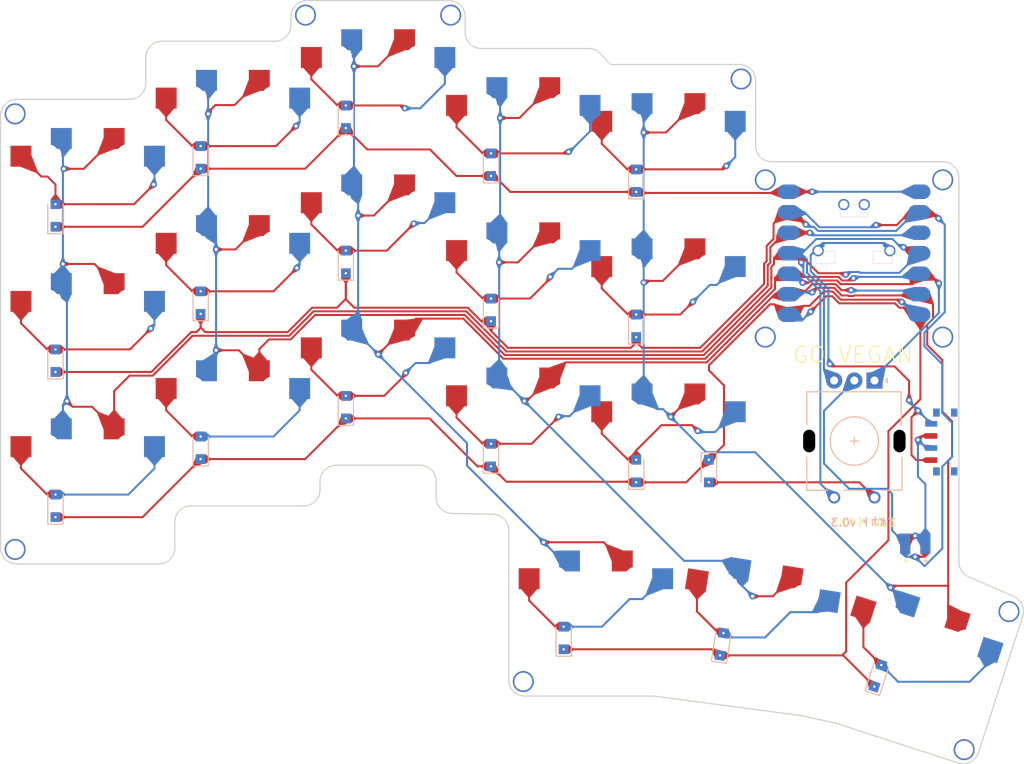
<source format=kicad_pcb>
(kicad_pcb (version 20241229) (generator "pcbnew") (generator_version "9.0")
  (title_block (title "keyboard_pcb") (rev "0.0.3") (company "auryn"))
  (layers (0 "F.Cu" signal) (2 "B.Cu" signal) (13 "F.Paste" user) (15 "B.Paste" user) (5 "F.SilkS" user "F.Silkscreen") (7 "B.SilkS" user "B.Silkscreen") (1 "F.Mask" user) (3 "B.Mask" user) (25 "Edge.Cuts" user))
  (net 0 "")
  (net 1 "B+")
  (net 2 "RST")
  (net 3 "GND")
  (net 4 "pos")
  (net 5 "D0")
  (net 6 "D1")
  (net 7 "D2")
  (net 8 "D3")
  (net 9 "D4")
  (net 10 "D5")
  (net 11 "D6")
  (net 12 "D7")
  (net 13 "D8")
  (net 14 "D9")
  (net 15 "D10")
  (net 16 "3V3")
  (net 17 "5V")
  (footprint "PG1350" (layer "F.Cu") (at 62.875 25.85)
    (property "Reference" "S9" (hide yes))
    (property "Value" "" (hide yes))
  )
  (footprint "Diode_SMD:Nexperia_CFP3_SOD-123W" (layer "F.Cu") (at 58.875 29.45 90)
    (property "Reference" "D9" (hide yes))
    (property "Value" "Nexperia_CFP3_SOD-123W" (hide yes))
  )
  (footprint "PG1350" (layer "F.Cu") (at 44.875 48.89)
    (property "Reference" "S5" (hide yes))
    (property "Value" "" (hide yes))
  )
  (footprint "Diode_SMD:Nexperia_CFP3_SOD-123W" (layer "F.Cu") (at 124.832533 98.756337 72)
    (property "Reference" "D18" (hide yes))
    (property "Value" "Nexperia_CFP3_SOD-123W" (hide yes))
  )
  (footprint "Diode_SMD:Nexperia_CFP3_SOD-123W" (layer "F.Cu") (at 40.875 70.49 90)
    (property "Reference" "D4" (hide yes))
    (property "Value" "Nexperia_CFP3_SOD-123W" (hide yes))
  )
  (footprint "mounting_hole" (layer "F.Cu") (at 17.875 83.09)
    (property "Reference" "H4" (hide yes))
    (property "Value" "")
  )
  (footprint "PG1350" (layer "F.Cu") (at 89.875 90.47)
    (property "Reference" "S16" (hide yes))
    (property "Value" "" (hide yes))
  )
  (footprint "Diode_SMD:Nexperia_CFP3_SOD-123W" (layer "F.Cu") (at 76.875 35.39 90)
    (property "Reference" "D12" (hide yes))
    (property "Value" "Nexperia_CFP3_SOD-123W" (hide yes))
  )
  (footprint "PG1350" (layer "F.Cu") (at 109.986568 91.911152 -9)
    (property "Reference" "S17" (hide yes))
    (property "Value" "" (hide yes))
  )
  (footprint "xiao-ble-smd-reversible" (layer "F.Cu") (at 121.875 46.37)
    (property "Reference" "MCU1" (hide yes))
    (property "Value" "" (hide yes))
    (fp_rect (start -4.75 -0.25) (end -2.35 1.25) (stroke (width 0.05)) (fill no) (layer "Edge.Cuts"))
    (fp_rect (start -1.7 -6) (end 1.7 -4.5) (stroke (width 0.05)) (fill no) (layer "Edge.Cuts"))
    (fp_rect (start 2.35 -0.25) (end 4.75 1.25) (stroke (width 0.05)) (fill no) (layer "Edge.Cuts"))
  )
  (footprint "Diode_SMD:Nexperia_CFP3_SOD-123W" (layer "F.Cu") (at 94.875 55.37 90)
    (property "Reference" "D14" (hide yes))
    (property "Value" "Nexperia_CFP3_SOD-123W" (hide yes))
  )
  (footprint "PG1350" (layer "F.Cu") (at 129.749221 96.568601 -18)
    (property "Reference" "S18" (hide yes))
    (property "Value" "" (hide yes))
  )
  (footprint "PG1350" (layer "F.Cu") (at 80.875 49.79)
    (property "Reference" "S11" (hide yes))
    (property "Value" "" (hide yes))
  )
  (footprint "Diode_SMD:Nexperia_CFP3_SOD-123W" (layer "F.Cu") (at 94.875 73.37 90)
    (property "Reference" "D13" (hide yes))
    (property "Value" "Nexperia_CFP3_SOD-123W" (hide yes))
  )
  (footprint "mounting_hole" (layer "F.Cu") (at 107.875 24.77)
    (property "Reference" "H5" (hide yes))
    (property "Value" "")
  )
  (footprint "Diode_SMD:Nexperia_CFP3_SOD-123W" (layer "F.Cu") (at 58.875 65.45 90)
    (property "Reference" "D7" (hide yes))
    (property "Value" "Nexperia_CFP3_SOD-123W" (hide yes))
  )
  (footprint "PG1350" (layer "F.Cu") (at 80.875 67.79)
    (property "Reference" "S10" (hide yes))
    (property "Value" "" (hide yes))
  )
  (footprint "PG1350" (layer "F.Cu") (at 44.875 66.89)
    (property "Reference" "S4" (hide yes))
    (property "Value" "" (hide yes))
  )
  (footprint "Diode_SMD:Nexperia_CFP3_SOD-123W" (layer "F.Cu") (at 58.875 47.45 90)
    (property "Reference" "D8" (hide yes))
    (property "Value" "Nexperia_CFP3_SOD-123W" (hide yes))
  )
  (footprint "Diode_SMD:Nexperia_CFP3_SOD-123W" (layer "F.Cu") (at 40.875 52.49 90)
    (property "Reference" "D5" (hide yes))
    (property "Value" "Nexperia_CFP3_SOD-123W" (hide yes))
  )
  (footprint "Diode_SMD:Nexperia_CFP3_SOD-123W" (layer "F.Cu") (at 85.875 94.07 90)
    (property "Reference" "D16" (hide yes))
    (property "Value" "Nexperia_CFP3_SOD-123W" (hide yes))
  )
  (footprint "mounting_hole" (layer "F.Cu") (at 17.875 29.09)
    (property "Reference" "H1" (hide yes))
    (property "Value" "")
  )
  (footprint "rotary_encoder" (layer "F.Cu") (at 121.875 69.77 -90)
    (property "Reference" "_1" (hide yes))
    (property "Value" "")
  )
  (footprint "PG1350" (layer "F.Cu") (at 62.875 43.85)
    (property "Reference" "S8" (hide yes))
    (property "Value" "" (hide yes))
  )
  (footprint "PG1350" (layer "F.Cu") (at 26.875 74.09)
    (property "Reference" "S1" (hide yes))
    (property "Value" "" (hide yes))
  )
  (footprint "mounting_hole" (layer "F.Cu") (at 53.875 16.85)
    (property "Reference" "H2" (hide yes))
    (property "Value" "")
  )
  (footprint "pads" (layer "F.Cu") (at 129.475 82.37)
    (property "Reference" "PAD1" (hide yes))
    (property "Value" "")
  )
  (footprint "mounting_hole" (layer "F.Cu") (at 110.875 37.27)
    (property "Reference" "H10" (hide yes))
    (property "Value" "")
  )
  (footprint "Diode_SMD:Nexperia_CFP3_SOD-123W" (layer "F.Cu") (at 103.875 73.37 -90)
    (property "Reference" "D19" (hide yes))
    (property "Value" "Nexperia_CFP3_SOD-123W" (hide yes))
  )
  (footprint "Diode_SMD:Nexperia_CFP3_SOD-123W" (layer "F.Cu") (at 76.875 53.39 90)
    (property "Reference" "D11" (hide yes))
    (property "Value" "Nexperia_CFP3_SOD-123W" (hide yes))
  )
  (footprint "mounting_hole" (layer "F.Cu") (at 135.527576 107.909263 -18)
    (property "Reference" "H12" (hide yes))
    (property "Value" "")
  )
  (footprint "PG1350" (layer "F.Cu") (at 26.875 38.09)
    (property "Reference" "S3" (hide yes))
    (property "Value" "" (hide yes))
  )
  (footprint "Diode_SMD:Nexperia_CFP3_SOD-123W" (layer "F.Cu") (at 105.472651 94.841092 81)
    (property "Reference" "D17" (hide yes))
    (property "Value" "Nexperia_CFP3_SOD-123W" (hide yes))
  )
  (footprint "Diode_SMD:Nexperia_CFP3_SOD-123W" (layer "F.Cu") (at 22.875 77.69 90)
    (property "Reference" "D1" (hide yes))
    (property "Value" "Nexperia_CFP3_SOD-123W" (hide yes))
  )
  (footprint "mounting_hole" (layer "F.Cu") (at 132.875 37.27)
    (property "Reference" "H9" (hide yes))
    (property "Value" "")
  )
  (footprint "Diode_SMD:Nexperia_CFP3_SOD-123W" (layer "F.Cu") (at 94.875 37.37 90)
    (property "Reference" "D15" (hide yes))
    (property "Value" "Nexperia_CFP3_SOD-123W" (hide yes))
  )
  (footprint "mounting_hole" (layer "F.Cu") (at 71.875 16.85)
    (property "Reference" "H3" (hide yes))
    (property "Value" "")
  )
  (footprint "mounting_hole" (layer "F.Cu") (at 141.089882 90.790246 -18)
    (property "Reference" "H11" (hide yes))
    (property "Value" "")
  )
  (footprint "Diode_SMD:Nexperia_CFP3_SOD-123W" (layer "F.Cu") (at 76.875 71.39 90)
    (property "Reference" "D10" (hide yes))
    (property "Value" "Nexperia_CFP3_SOD-123W" (hide yes))
  )
  (footprint "Diode_SMD:Nexperia_CFP3_SOD-123W" (layer "F.Cu") (at 40.875 34.49 90)
    (property "Reference" "D6" (hide yes))
    (property "Value" "Nexperia_CFP3_SOD-123W" (hide yes))
  )
  (footprint "PG1350" (layer "F.Cu") (at 80.875 31.79)
    (property "Reference" "S12" (hide yes))
    (property "Value" "" (hide yes))
  )
  (footprint "Diode_SMD:Nexperia_CFP3_SOD-123W" (layer "F.Cu") (at 22.875 41.69 90)
    (property "Reference" "D3" (hide yes))
    (property "Value" "Nexperia_CFP3_SOD-123W" (hide yes))
  )
  (footprint "PG1350" (layer "F.Cu") (at 98.875 69.77)
    (property "Reference" "S13" (hide yes))
    (property "Value" "" (hide yes))
  )
  (footprint "PG1350" (layer "F.Cu") (at 98.875 33.77)
    (property "Reference" "S15" (hide yes))
    (property "Value" "" (hide yes))
  )
  (footprint "mounting_hole" (layer "F.Cu") (at 110.875 56.77)
    (property "Reference" "H8" (hide yes))
    (property "Value" "")
  )
  (footprint "PG1350" (layer "F.Cu") (at 62.875 61.85)
    (property "Reference" "S7" (hide yes))
    (property "Value" "" (hide yes))
  )
  (footprint "PG1350" (layer "F.Cu") (at 44.875 30.89)
    (property "Reference" "S6" (hide yes))
    (property "Value" "" (hide yes))
  )
  (footprint "PG1350" (layer "F.Cu") (at 26.875 56.09)
    (property "Reference" "S2" (hide yes))
    (property "Value" "" (hide yes))
  )
  (footprint "PG1350" (layer "F.Cu") (at 98.875 51.77)
    (property "Reference" "S14" (hide yes))
    (property "Value" "" (hide yes))
  )
  (footprint "mounting_hole" (layer "F.Cu") (at 132.875 56.77)
    (property "Reference" "H7" (hide yes))
    (property "Value" "")
  )
  (footprint "mounting_hole" (layer "F.Cu") (at 80.875 99.47)
    (property "Reference" "H6" (hide yes))
    (property "Value" "")
  )
  (footprint "Button_Switch_SMD:SW_SPDT_PCM12" (layer "F.Cu") (at 132.875 69.77 90)
    (property "Reference" "T1" (hide yes))
    (property "Value" "" (hide yes))
  )
  (footprint "Diode_SMD:Nexperia_CFP3_SOD-123W" (layer "F.Cu") (at 22.875 59.69 90)
    (property "Reference" "D2" (hide yes))
    (property "Value" "Nexperia_CFP3_SOD-123W" (hide yes))
  )
  (gr_line (start 52.075 18.09) (end 52.075 17.05) (stroke (width 0.15)) (layer "Edge.Cuts"))
  (gr_line (start 111.675 35.03) (end 132.875 35.03) (stroke (width 0.15)) (layer "Edge.Cuts"))
  (gr_line (start 34.075 25.29) (end 34.075 22.09) (stroke (width 0.15)) (layer "Edge.Cuts"))
  (gr_line (start 36.075 20.09) (end 50.075 20.09) (stroke (width 0.15)) (layer "Edge.Cuts"))
  (gr_arc (start 72.035008 78.6292) (mid 70.646717 78.029603) (end 70.075 76.6296) (stroke (width 0.15)) (layer "Edge.Cuts"))
  (gr_arc (start 55.675 74.65) (mid 56.260786 73.235786) (end 57.675 72.65) (stroke (width 0.15)) (layer "Edge.Cuts"))
  (gr_arc (start 52.075 18.09) (mid 51.489214 19.504214) (end 50.075 20.09) (stroke (width 0.15)) (layer "Edge.Cuts"))
  (gr_arc (start 77.114992 78.7308) (mid 78.503283 79.330397) (end 79.075 80.7304) (stroke (width 0.15)) (layer "Edge.Cuts"))
  (gr_line (start 90.47014 21.644654) (end 91.675 22.97) (stroke (width 0.15)) (layer "Edge.Cuts"))
  (gr_arc (start 68.075 72.65) (mid 69.489214 73.235786) (end 70.075 74.65) (stroke (width 0.15)) (layer "Edge.Cuts"))
  (gr_arc (start 119.467976 104.593999) (mid 119.563595 104.617431) (end 119.657946 104.645539) (stroke (width 0.15)) (layer "Edge.Cuts"))
  (gr_line (start 79.075 99.27) (end 79.075 80.7304) (stroke (width 0.15)) (layer "Edge.Cuts"))
  (gr_arc (start 34.075 22.09) (mid 34.660786 20.675786) (end 36.075 20.09) (stroke (width 0.15)) (layer "Edge.Cuts"))
  (gr_arc (start 18.075 84.89) (mid 16.660786 84.304214) (end 16.075 82.89) (stroke (width 0.15)) (layer "Edge.Cuts"))
  (gr_line (start 68.075 72.65) (end 57.675 72.65) (stroke (width 0.15)) (layer "Edge.Cuts"))
  (gr_line (start 37.675 79.69) (end 37.675 82.89) (stroke (width 0.15)) (layer "Edge.Cuts"))
  (gr_arc (start 37.675 82.89) (mid 37.089214 84.304214) (end 35.675 84.89) (stroke (width 0.15)) (layer "Edge.Cuts"))
  (gr_line (start 54.075 15.05) (end 71.675 15.05) (stroke (width 0.15)) (layer "Edge.Cuts"))
  (gr_arc (start 55.675 75.69) (mid 55.089214 77.104214) (end 53.675 77.69) (stroke (width 0.15)) (layer "Edge.Cuts"))
  (gr_line (start 134.781134 109.559361) (end 119.657946 104.645539) (stroke (width 0.15)) (layer "Edge.Cuts"))
  (gr_line (start 119.467976 104.593999) (end 115.490222 103.722435) (stroke (width 0.15)) (layer "Edge.Cuts"))
  (gr_arc (start 81.075 101.27) (mid 79.660786 100.684214) (end 79.075 99.27) (stroke (width 0.15)) (layer "Edge.Cuts"))
  (gr_line (start 134.875 37.03) (end 134.875 84.655342) (stroke (width 0.15)) (layer "Edge.Cuts"))
  (gr_line (start 18.075 27.29) (end 32.075 27.29) (stroke (width 0.15)) (layer "Edge.Cuts"))
  (gr_line (start 91.675 22.97) (end 107.675 22.97) (stroke (width 0.15)) (layer "Edge.Cuts"))
  (gr_arc (start 137.301281 108.275282) (mid 136.307149 109.439261) (end 134.781134 109.559361) (stroke (width 0.15)) (layer "Edge.Cuts"))
  (gr_line (start 109.675 24.97) (end 109.675 33.03) (stroke (width 0.15)) (layer "Edge.Cuts"))
  (gr_line (start 16.075 82.89) (end 16.075 29.29) (stroke (width 0.15)) (layer "Edge.Cuts"))
  (gr_line (start 136.081863 86.491352) (end 141.686315 88.912417) (stroke (width 0.15)) (layer "Edge.Cuts"))
  (gr_line (start 70.075 76.6296) (end 70.075 74.65) (stroke (width 0.15)) (layer "Edge.Cuts"))
  (gr_arc (start 75.675 20.99) (mid 74.260786 20.404214) (end 73.675 18.99) (stroke (width 0.15)) (layer "Edge.Cuts"))
  (gr_arc (start 16.075 29.29) (mid 16.660786 27.875786) (end 18.075 27.29) (stroke (width 0.15)) (layer "Edge.Cuts"))
  (gr_arc (start 136.081863 86.491352) (mid 135.203732 85.753915) (end 134.875 84.655342) (stroke (width 0.15)) (layer "Edge.Cuts"))
  (gr_line (start 75.675 20.99) (end 88.99026 20.99) (stroke (width 0.15)) (layer "Edge.Cuts"))
  (gr_arc (start 88.99026 20.99) (mid 89.799367 21.160971) (end 90.47014 21.644654) (stroke (width 0.15)) (layer "Edge.Cuts"))
  (gr_line (start 77.114992 78.7308) (end 72.035008 78.6292) (stroke (width 0.15)) (layer "Edge.Cuts"))
  (gr_line (start 53.675 77.69) (end 39.675 77.69) (stroke (width 0.15)) (layer "Edge.Cuts"))
  (gr_arc (start 107.675 22.97) (mid 109.089214 23.555786) (end 109.675 24.97) (stroke (width 0.15)) (layer "Edge.Cuts"))
  (gr_arc (start 111.675 35.03) (mid 110.260786 34.444214) (end 109.675 33.03) (stroke (width 0.15)) (layer "Edge.Cuts"))
  (gr_arc (start 96.942789 101.27) (mid 97.074712 101.274356) (end 97.20606 101.287404) (stroke (width 0.15)) (layer "Edge.Cuts"))
  (gr_arc (start 52.075 17.05) (mid 52.660786 15.635786) (end 54.075 15.05) (stroke (width 0.15)) (layer "Edge.Cuts"))
  (gr_arc (start 132.875 35.03) (mid 134.289214 35.615786) (end 134.875 37.03) (stroke (width 0.15)) (layer "Edge.Cuts"))
  (gr_line (start 73.675 17.05) (end 73.675 18.99) (stroke (width 0.15)) (layer "Edge.Cuts"))
  (gr_arc (start 71.675 15.05) (mid 73.089214 15.635786) (end 73.675 17.05) (stroke (width 0.15)) (layer "Edge.Cuts"))
  (gr_arc (start 115.325429 103.693492) (mid 115.408128 103.70624) (end 115.490222 103.722435) (stroke (width 0.15)) (layer "Edge.Cuts"))
  (gr_line (start 96.942789 101.27) (end 81.075 101.27) (stroke (width 0.15)) (layer "Edge.Cuts"))
  (gr_line (start 142.79529 91.366461) (end 137.301281 108.275282) (stroke (width 0.15)) (layer "Edge.Cuts"))
  (gr_line (start 115.325429 103.693492) (end 97.20606 101.287404) (stroke (width 0.15)) (layer "Edge.Cuts"))
  (gr_line (start 55.675 74.65) (end 55.675 75.69) (stroke (width 0.15)) (layer "Edge.Cuts"))
  (gr_line (start 35.675 84.89) (end 18.075 84.89) (stroke (width 0.15)) (layer "Edge.Cuts"))
  (gr_arc (start 37.675 79.69) (mid 38.260786 78.275786) (end 39.675 77.69) (stroke (width 0.15)) (layer "Edge.Cuts"))
  (gr_arc (start 141.686314 88.912417) (mid 142.715724 89.924823) (end 142.79529 91.366461) (stroke (width 0.15)) (layer "Edge.Cuts"))
  (gr_arc (start 34.075 25.29) (mid 33.489214 26.704214) (end 32.075 27.29) (stroke (width 0.15)) (layer "Edge.Cuts"))
  (gr_text "GO VEGAN" (at 114.175 58.97 0) (layer "F.SilkS") (effects (font (size 2 2)) (justify left)))
  (gr_text "アボカド v0.3" (at 118.875 79.77 0) (layer "F.SilkS") (effects (font (size 1 1)) (justify left)))
  (gr_text "アボカド v0.3" (at 118.875 79.77 0) (layer "B.SilkS") (effects (font (size 1 1)) (justify right mirror)))
  (segment (start 131.445 69.02) (end 132.12314 69.02) (width 0.25) (layer "F.Cu") (net 1))
  (segment (start 129.195 81.4) (end 128.225 82.37) (width 0.25) (layer "F.Cu") (net 1))
  (segment (start 129.450002 81.4) (end 129.195 81.4) (width 0.25) (layer "F.Cu") (net 1))
  (segment (start 129.8 69.5) (end 130.28 69.02) (width 0.25) (layer "F.Cu") (net 1))
  (segment (start 130.28 69.02) (end 131.445 69.02) (width 0.25) (layer "F.Cu") (net 1))
  (via (at 129.450002 81.4) (size 0.8) (drill 0.4) (layers "F.Cu" "B.Cu") (net 1))
  (via (at 129.8 69.5) (size 0.8) (drill 0.4) (layers "F.Cu" "B.Cu") (net 1))
  (segment (start 129.450002 81.4) (end 130.3 81.4) (width 0.25) (layer "B.Cu") (net 1))
  (segment (start 130.82 70.52) (end 129.8 69.5) (width 0.25) (layer "B.Cu") (net 1))
  (segment (start 130.3 81.4) (end 130.725 81.825) (width 0.25) (layer "B.Cu") (net 1))
  (segment (start 131.445 70.52) (end 130.657946 70.52) (width 0.25) (layer "B.Cu") (net 1))
  (segment (start 129.8 69.5) (end 129.8 69.4) (width 0.25) (layer "B.Cu") (net 1))
  (segment (start 129.8 74.075) (end 130.725 75) (width 0.25) (layer "B.Cu") (net 1))
  (segment (start 131.445 70.52) (end 130.82 70.52) (width 0.25) (layer "B.Cu") (net 1))
  (segment (start 130.725 81.825) (end 130.725 82.37) (width 0.25) (layer "B.Cu") (net 1))
  (segment (start 129.8 69.5) (end 129.8 74.075) (width 0.25) (layer "B.Cu") (net 1))
  (segment (start 130.725 75) (end 130.725 82.37) (width 0.25) (layer "B.Cu") (net 1))
  (segment (start 129.8 69.4) (end 129.7 69.3) (width 0.25) (layer "B.Cu") (net 1))
  (segment (start 130.725 83.875) (end 130.725 82.37) (width 0.25) (layer "F.Cu") (net 3))
  (segment (start 132.35 42.05) (end 132.4 42.1) (width 0.25) (layer "F.Cu") (net 3))
  (segment (start 124.6 42.875) (end 127.175 42.875) (width 0.25) (layer "F.Cu") (net 3))
  (segment (start 131.59 41.29) (end 132.35 42.05) (width 0.25) (layer "F.Cu") (net 3))
  (segment (start 127.175 42.875) (end 128.76 41.29) (width 0.25) (layer "F.Cu") (net 3))
  (segment (start 128.76 41.29) (end 130.44496 41.29) (width 0.25) (layer "F.Cu") (net 3))
  (segment (start 129.45 84) (end 130.6 84) (width 0.25) (layer "F.Cu") (net 3))
  (segment (start 130.44496 41.29) (end 131.59 41.29) (width 0.25) (layer "F.Cu") (net 3))
  (segment (start 130.6 84) (end 130.725 83.875) (width 0.25) (layer "F.Cu") (net 3))
  (via (at 124.6 42.875) (size 0.8) (drill 0.4) (layers "F.Cu" "B.Cu") (net 3))
  (via (at 132.35 42.05) (size 0.8) (drill 0.4) (layers "F.Cu" "B.Cu") (net 3))
  (via (at 129.45 84) (size 0.8) (drill 0.4) (layers "F.Cu" "B.Cu") (net 3))
  (segment (start 133.126 42.826) (end 132.35 42.05) (width 0.25) (layer "B.Cu") (net 3))
  (segment (start 126.6 80.745) (end 128.225 82.37) (width 0.25) (layer "B.Cu") (net 3))
  (segment (start 129.45 84) (end 130.6 85.15) (width 0.25) (layer "B.Cu") (net 3))
  (segment (start 133.126 53.680596) (end 133.126 42.826) (width 0.25) (layer "B.Cu") (net 3))
  (segment (start 128.3 84) (end 128.225 83.925) (width 0.25) (layer "B.Cu") (net 3))
  (segment (start 132.821 60.121) (end 130.6 57.9) (width 0.25) (layer "B.Cu") (net 3))
  (segment (start 130.6 57.9) (end 130.6 56.206596) (width 0.25) (layer "B.Cu") (net 3))
  (segment (start 121.915 62.15) (end 118.151 65.914) (width 0.25) (layer "B.Cu") (net 3))
  (segment (start 130.6 56.206596) (end 133.126 53.680596) (width 0.25) (layer "B.Cu") (net 3))
  (segment (start 124.213298 42.875) (end 123.939298 43.149) (width 0.25) (layer "B.Cu") (net 3))
  (segment (start 134.031 67.398) (end 132.821 66.188) (width 0.25) (layer "B.Cu") (net 3))
  (segment (start 118.151 72.451) (end 121.274 75.574) (width 0.25) (layer "B.Cu") (net 3))
  (segment (start 126.6 76.2) (end 126.6 80.745) (width 0.25) (layer "B.Cu") (net 3))
  (segment (start 125.974 75.574) (end 126.6 76.2) (width 0.25) (layer "B.Cu") (net 3))
  (segment (start 129.45 84) (end 128.3 84) (width 0.25) (layer "B.Cu") (net 3))
  (segment (start 123.939298 43.149) (end 117.58681 43.149) (width 0.25) (layer "B.Cu") (net 3))
  (segment (start 132.821 72.82214) (end 134.031 71.61214) (width 0.25) (layer "B.Cu") (net 3))
  (segment (start 130.65 85.15) (end 132.821 82.979) (width 0.25) (layer "B.Cu") (net 3))
  (segment (start 130.6 85.15) (end 130.65 85.15) (width 0.25) (layer "B.Cu") (net 3))
  (segment (start 134.031 71.61214) (end 134.031 67.398) (width 0.25) (layer "B.Cu") (net 3))
  (segment (start 117.58681 43.149) (end 115.72781 41.29) (width 0.25) (layer "B.Cu") (net 3))
  (segment (start 128.225 83.925) (end 128.225 82.37) (width 0.25) (layer "B.Cu") (net 3))
  (segment (start 132.821 82.979) (end 132.821 72.82214) (width 0.25) (layer "B.Cu") (net 3))
  (segment (start 124.6 42.875) (end 124.213298 42.875) (width 0.25) (layer "B.Cu") (net 3))
  (segment (start 118.151 65.914) (end 118.151 72.451) (width 0.25) (layer "B.Cu") (net 3))
  (segment (start 132.821 66.188) (end 132.821 60.121) (width 0.25) (layer "B.Cu") (net 3))
  (segment (start 121.274 75.574) (end 125.974 75.574) (width 0.25) (layer "B.Cu") (net 3))
  (segment (start 115.72781 41.29) (end 113.30504 41.29) (width 0.25) (layer "B.Cu") (net 3))
  (segment (start 128.7 64.6) (end 128.7 62.2) (width 0.25) (layer "F.Cu") (net 4))
  (segment (start 126.9 60.4) (end 119.176 60.4) (width 0.25) (layer "F.Cu") (net 4))
  (segment (start 128.7 62.2) (end 126.9 60.4) (width 0.25) (layer "F.Cu") (net 4))
  (segment (start 129.62 72.02) (end 129 71.4) (width 0.25) (layer "F.Cu") (net 4))
  (segment (start 119.176 60.4) (end 118.876 60.1) (width 0.25) (layer "F.Cu") (net 4))
  (segment (start 129 66.7) (end 129.8125 65.8875) (width 0.25) (layer "F.Cu") (net 4))
  (segment (start 131.445 72.02) (end 129.62 72.02) (width 0.25) (layer "F.Cu") (net 4))
  (segment (start 129 71.4) (end 129 66.7) (width 0.25) (layer "F.Cu") (net 4))
  (via (at 128.7 64.6) (size 0.8) (drill 0.4) (layers "F.Cu" "B.Cu") (net 4))
  (via (at 118.876 60.1) (size 0.8) (drill 0.4) (layers "F.Cu" "B.Cu") (net 4))
  (via (at 129.8125 65.8875) (size 0.8) (drill 0.4) (layers "F.Cu" "B.Cu") (net 4))
  (segment (start 126.32 46.053) (end 126.32 45.78) (width 0.25) (layer "B.Cu") (net 4))
  (segment (start 117.047 46.053) (end 117.43 46.053) (width 0.25) (layer "B.Cu") (net 4))
  (segment (start 116.5 46.6) (end 117.047 46.053) (width 0.25) (layer "B.Cu") (net 4))
  (segment (start 118.876 60.1) (end 118.7 59.924) (width 0.25) (layer "B.Cu") (net 4))
  (segment (start 128.7 64.6) (end 128.7 64.775) (width 0.25) (layer "B.Cu") (net 4))
  (segment (start 118.7 59.924) (end 118.7 50.8) (width 0.25) (layer "B.Cu") (net 4))
  (segment (start 125.64 45.1) (end 118 45.1) (width 0.25) (layer "B.Cu") (net 4))
  (segment (start 131.445 67.52) (end 129.8125 65.8875) (width 0.25) (layer "B.Cu") (net 4))
  (segment (start 128.7 64.775) (end 129.8125 65.8875) (width 0.25) (layer "B.Cu") (net 4))
  (segment (start 126.32 45.78) (end 125.64 45.1) (width 0.25) (layer "B.Cu") (net 4))
  (segment (start 116.5 48.6) (end 116.5 46.6) (width 0.25) (layer "B.Cu") (net 4))
  (segment (start 117.43 46.053) (end 117.43 45.67) (width 0.25) (layer "B.Cu") (net 4))
  (segment (start 118.7 50.8) (end 116.5 48.6) (width 0.25) (layer "B.Cu") (net 4))
  (segment (start 117.43 46.053) (end 116.947 46.053) (width 0.25) (layer "B.Cu") (net 4))
  (segment (start 117.43 45.67) (end 118 45.1) (width 0.25) (layer "B.Cu") (net 4))
  (segment (start 72.59 36.79) (end 76.875 36.79) (width 0.25) (layer "F.Cu") (net 5))
  (segment (start 22.875 37.854901) (end 22.875 40.29) (width 0.25) (layer "F.Cu") (net 5))
  (segment (start 86.28 33.8) (end 86.09 33.99) (width 0.25) (layer "F.Cu") (net 5))
  (segment (start 113.15904 38.896) (end 113.30504 38.75) (width 0.25) (layer "F.Cu") (net 5))
  (segment (start 105.63 35.97) (end 106.05 35.55) (width 0.25) (layer "F.Cu") (net 5))
  (segment (start 57.839901 28.05) (end 58.875 28.05) (width 0.25) (layer "F.Cu") (net 5))
  (segment (start 36.6 27.14) (end 36.6 29.850099) (width 0.25) (layer "F.Cu") (net 5))
  (segment (start 72.6 30.750099) (end 75.839901 33.99) (width 0.25) (layer "F.Cu") (net 5))
  (segment (start 54.6 22.1) (end 54.6 24.810099) (width 0.25) (layer "F.Cu") (net 5))
  (segment (start 90.6 32.8) (end 93.77 35.97) (width 0.25) (layer "F.Cu") (net 5))
  (segment (start 94.875 38.77) (end 95.001 38.896) (width 0.25) (layer "F.Cu") (net 5))
  (segment (start 76.875 36.79) (end 77.29 36.79) (width 0.25) (layer "F.Cu") (net 5))
  (segment (start 40.875 35.89) (end 53.835 35.89) (width 0.25) (layer "F.Cu") (net 5))
  (segment (start 106.05 35.55) (end 106.1 35.5) (width 0.25) (layer "F.Cu") (net 5))
  (segment (start 72.6 28.04) (end 72.6 30.750099) (width 0.25) (layer "F.Cu") (net 5))
  (segment (start 90.6 30.02) (end 90.6 32.8) (width 0.25) (layer "F.Cu") (net 5))
  (segment (start 58.875 28.05) (end 65.85 28.05) (width 0.25) (layer "F.Cu") (net 5))
  (segment (start 21.883199 36.8631) (end 22.875 37.854901) (width 0.25) (layer "F.Cu") (net 5))
  (segment (start 36.6 29.850099) (end 39.839901 33.09) (width 0.25) (layer "F.Cu") (net 5))
  (segment (start 95.001 38.896) (end 113.15904 38.896) (width 0.25) (layer "F.Cu") (net 5))
  (segment (start 33.675 43.09) (end 40.875 35.89) (width 0.25) (layer "F.Cu") (net 5))
  (segment (start 21.1231 36.8631) (end 21.883199 36.8631) (width 0.25) (layer "F.Cu") (net 5))
  (segment (start 53.835 35.89) (end 58.875 30.85) (width 0.25) (layer "F.Cu") (net 5))
  (segment (start 39.839901 33.09) (end 40.875 33.09) (width 0.25) (layer "F.Cu") (net 5))
  (segment (start 35.05 37.85) (end 35.1 37.8) (width 0.25) (layer "F.Cu") (net 5))
  (segment (start 116.7 38.75) (end 113.30504 38.75) (width 0.25) (layer "F.Cu") (net 5))
  (segment (start 22.875 40.29) (end 32.61 40.29) (width 0.25) (layer "F.Cu") (net 5))
  (segment (start 22.875 43.09) (end 33.675 43.09) (width 0.25) (layer "F.Cu") (net 5))
  (segment (start 61.525 33.5) (end 69.3 33.5) (width 0.25) (layer "F.Cu") (net 5))
  (segment (start 94.875 35.97) (end 105.63 35.97) (width 0.25) (layer "F.Cu") (net 5))
  (segment (start 50.21 33.09) (end 52.7 30.6) (width 0.25) (layer "F.Cu") (net 5))
  (segment (start 75.839901 33.99) (end 76.875 33.99) (width 0.25) (layer "F.Cu") (net 5))
  (segment (start 32.61 40.29) (end 35.05 37.85) (width 0.25) (layer "F.Cu") (net 5))
  (segment (start 58.875 30.85) (end 61.525 33.5) (width 0.25) (layer "F.Cu") (net 5))
  (segment (start 69.3 33.5) (end 72.59 36.79) (width 0.25) (layer "F.Cu") (net 5))
  (segment (start 18.6 34.34) (end 21.1231 36.8631) (width 0.25) (layer "F.Cu") (net 5))
  (segment (start 40.875 33.09) (end 50.21 33.09) (width 0.25) (layer "F.Cu") (net 5))
  (segment (start 65.85 28.05) (end 66.2 28.4) (width 0.25) (layer "F.Cu") (net 5))
  (segment (start 54.6 24.810099) (end 57.839901 28.05) (width 0.25) (layer "F.Cu") (net 5))
  (segment (start 93.77 35.97) (end 94.875 35.97) (width 0.25) (layer "F.Cu") (net 5))
  (segment (start 86.09 33.99) (end 76.875 33.99) (width 0.25) (layer "F.Cu") (net 5))
  (segment (start 79.27 38.77) (end 94.875 38.77) (width 0.25) (layer "F.Cu") (net 5))
  (segment (start 77.29 36.79) (end 79.27 38.77) (width 0.25) (layer "F.Cu") (net 5))
  (segment (start 86.5 33.8) (end 86.28 33.8) (width 0.25) (layer "F.Cu") (net 5))
  (via (at 106.05 35.55) (size 0.8) (drill 0.4) (layers "F.Cu" "B.Cu") (net 5))
  (via (at 66.2 28.4) (size 0.8) (drill 0.4) (layers "F.Cu" "B.Cu") (net 5))
  (via (at 52.7 30.6) (size 0.8) (drill 0.4) (layers "F.Cu" "B.Cu") (net 5))
  (via (at 86.5 33.8) (size 0.8) (drill 0.4) (layers "F.Cu" "B.Cu") (net 5))
  (via (at 116.7 38.75) (size 0.8) (drill 0.4) (layers "F.Cu" "B.Cu") (net 5))
  (via (at 35.05 37.85) (size 0.8) (drill 0.4) (layers "F.Cu" "B.Cu") (net 5))
  (segment (start 53.15 30.15) (end 52.7 30.6) (width 0.25) (layer "B.Cu") (net 5))
  (segment (start 89.15 31.25) (end 89.15 28.04) (width 0.25) (layer "B.Cu") (net 5))
  (segment (start 107.15 34.45) (end 106.05 35.55) (width 0.25) (layer "B.Cu") (net 5))
  (segment (start 86.5 33.8) (end 86.6 33.8) (width 0.25) (layer "B.Cu") (net 5))
  (segment (start 86.6 33.8) (end 89.15 31.25) (width 0.25) (layer "B.Cu") (net 5))
  (segment (start 66.2 28.4) (end 68.1 28.4) (width 0.25) (layer "B.Cu") (net 5))
  (segment (start 68.1 28.4) (end 71.15 25.35) (width 0.25) (layer "B.Cu") (net 5))
  (segment (start 116.7 38.75) (end 130.44496 38.75) (width 0.25) (layer "B.Cu") (net 5))
  (segment (start 35.15 37.75) (end 35.05 37.85) (width 0.25) (layer "B.Cu") (net 5))
  (segment (start 35.15 34.34) (end 35.15 37.75) (width 0.25) (layer "B.Cu") (net 5))
  (segment (start 53.15 27.14) (end 53.15 30.15) (width 0.25) (layer "B.Cu") (net 5))
  (segment (start 71.15 25.35) (end 71.15 22.1) (width 0.25) (layer "B.Cu") (net 5))
  (segment (start 107.15 30.02) (end 107.15 34.45) (width 0.25) (layer "B.Cu") (net 5))
  (segment (start 81.71 51.99) (end 84.2 49.5) (width 0.25) (layer "F.Cu") (net 6))
  (segment (start 93.839901 53.97) (end 94.875 53.97) (width 0.25) (layer "F.Cu") (net 6))
  (segment (start 58.875 46.05) (end 63.95 46.05) (width 0.25) (layer "F.Cu") (net 6))
  (segment (start 94.875 56.77) (end 94.875 57.375) (width 0.25) (layer "F.Cu") (net 6))
  (segment (start 73.99281 53.122) (end 75.66081 54.79) (width 0.25) (layer "F.Cu") (net 6))
  (segment (start 39.839901 51.09) (end 40.875 51.09) (width 0.25) (layer "F.Cu") (net 6))
  (segment (start 102.804 58.096) (end 110.72604 50.17396) (width 0.25) (layer "F.Cu") (net 6))
  (segment (start 22.875 58.29) (end 32.11 58.29) (width 0.25) (layer "F.Cu") (net 6))
  (segment (start 90.6 48.02) (end 90.6 50.730099) (width 0.25) (layer "F.Cu") (net 6))
  (segment (start 94.875 57.425) (end 94.875 56.77) (width 0.25) (layer "F.Cu") (net 6))
  (segment (start 94.875 53.97) (end 100.33 53.97) (width 0.25) (layer "F.Cu") (net 6))
  (segment (start 39.70119 56.149) (end 40.351 56.149) (width 0.25) (layer "F.Cu") (net 6))
  (segment (start 110.72604 47.67338) (end 111.049 47.35042) (width 0.25) (layer "F.Cu") (net 6))
  (segment (start 114.39 41.29) (end 115.9 42.8) (width 0.25) (layer "F.Cu") (net 6))
  (segment (start 36.6 45.14) (end 36.6 47.850099) (width 0.25) (layer "F.Cu") (net 6))
  (segment (start 21.839901 58.29) (end 22.875 58.29) (width 0.25) (layer "F.Cu") (net 6))
  (segment (start 94.875 57.375) (end 95.596 58.096) (width 0.25) (layer "F.Cu") (net 6))
  (segment (start 32.11 58.29) (end 34.7 55.7) (width 0.25) (layer "F.Cu") (net 6))
  (segment (start 40.875 55.575) (end 41.449 56.149) (width 0.25) (layer "F.Cu") (net 6))
  (segment (start 40.351 56.149) (end 40.875 55.625) (width 0.25) (layer "F.Cu") (net 6))
  (segment (start 51.66538 56.149) (end 54.69238 53.122) (width 0.25) (layer "F.Cu") (net 6))
  (segment (start 72.6 48.750099) (end 75.839901 51.99) (width 0.25) (layer "F.Cu") (net 6))
  (segment (start 111.049 45.44823) (end 111.9 44.59723) (width 0.25) (layer "F.Cu") (net 6))
  (segment (start 72.6 46.04) (end 72.6 48.750099) (width 0.25) (layer "F.Cu") (net 6))
  (segment (start 40.875 53.89) (end 40.875 55.575) (width 0.25) (layer "F.Cu") (net 6))
  (segment (start 76.875 54.79) (end 76.875 56.00419) (width 0.25) (layer "F.Cu") (net 6))
  (segment (start 57.778 53.122) (end 58.875 52.025) (width 0.25) (layer "F.Cu") (net 6))
  (segment (start 40.875 55.625) (end 40.875 53.89) (width 0.25) (layer "F.Cu") (net 6))
  (segment (start 84.2 49.5) (end 84.2 49.3) (width 0.25) (layer "F.Cu") (net 6))
  (segment (start 90.6 50.730099) (end 93.839901 53.97) (width 0.25) (layer "F.Cu") (net 6))
  (segment (start 75.839901 51.99) (end 76.875 51.99) (width 0.25) (layer "F.Cu") (net 6))
  (segment (start 22.875 61.09) (end 34.76019 61.09) (width 0.25) (layer "F.Cu") (net 6))
  (segment (start 78.96681 58.096) (end 94.204 58.096) (width 0.25) (layer "F.Cu") (net 6))
  (segment (start 18.6 55.050099) (end 21.839901 58.29) (width 0.25) (layer "F.Cu") (net 6))
  (segment (start 94.204 58.096) (end 94.875 57.425) (width 0.25) (layer "F.Cu") (net 6))
  (segment (start 76.875 56.00419) (end 78.96681 58.096) (width 0.25) (layer "F.Cu") (net 6))
  (segment (start 59.922 53.122) (end 73.99281 53.122) (width 0.25) (layer "F.Cu") (net 6))
  (segment (start 111.049 47.35042) (end 111.049 45.44823) (width 0.25) (layer "F.Cu") (net 6))
  (segment (start 54.6 42.810099) (end 57.839901 46.05) (width 0.25) (layer "F.Cu") (net 6))
  (segment (start 54.69238 53.122) (end 57.778 53.122) (width 0.25) (layer "F.Cu") (net 6))
  (segment (start 40.875 51.09) (end 49.910099 51.09) (width 0.25) (layer "F.Cu") (net 6))
  (segment (start 57.839901 46.05) (end 58.875 46.05) (width 0.25) (layer "F.Cu") (net 6))
  (segment (start 54.6 40.1) (end 54.6 42.810099) (width 0.25) (layer "F.Cu") (net 6))
  (segment (start 111.9 44.59723) (end 111.9 42.69504) (width 0.25) (layer "F.Cu") (net 6))
  (segment (start 18.6 52.34) (end 18.6 55.050099) (width 0.25) (layer "F.Cu") (net 6))
  (segment (start 49.910099 51.09) (end 52.8 48.200099) (width 0.25) (layer "F.Cu") (net 6))
  (segment (start 41.449 56.149) (end 51.66538 56.149) (width 0.25) (layer "F.Cu") (net 6))
  (segment (start 95.596 58.096) (end 102.804 58.096) (width 0.25) (layer "F.Cu") (net 6))
  (segment (start 100.33 53.97) (end 101.9 52.4) (width 0.25) (layer "F.Cu") (net 6))
  (segment (start 110.72604 50.17396) (end 110.72604 47.67338) (width 0.25) (layer "F.Cu") (net 6))
  (segment (start 113.30504 41.29) (end 114.39 41.29) (width 0.25) (layer "F.Cu") (net 6))
  (segment (start 34.7 55.7) (end 34.8 55.6) (width 0.25) (layer "F.Cu") (net 6))
  (segment (start 58.875 48.85) (end 58.875 52.075) (width 0.25) (layer "F.Cu") (net 6))
  (segment (start 34.76019 61.09) (end 39.70119 56.149) (width 0.25) (layer "F.Cu") (net 6))
  (segment (start 58.875 52.025) (end 58.875 48.85) (width 0.25) (layer "F.Cu") (net 6))
  (segment (start 76.875 51.99) (end 81.71 51.99) (width 0.25) (layer "F.Cu") (net 6))
  (segment (start 111.9 42.69504) (end 113.30504 41.29) (width 0.25) (layer "F.Cu") (net 6))
  (segment (start 63.95 46.05) (end 67.3 42.7) (width 0.25) (layer "F.Cu") (net 6))
  (segment (start 75.66081 54.79) (end 76.875 54.79) (width 0.25) (layer "F.Cu") (net 6))
  (segment (start 36.6 47.850099) (end 39.839901 51.09) (width 0.25) (layer "F.Cu") (net 6))
  (segment (start 58.875 52.075) (end 59.922 53.122) (width 0.25) (layer "F.Cu") (net 6))
  (via (at 67.3 42.7) (size 0.8) (drill 0.4) (layers "F.Cu" "B.Cu") (net 6))
  (via (at 84.2 49.3) (size 0.8) (drill 0.4) (layers "F.Cu" "B.Cu") (net 6))
  (via (at 34.7 55.7) (size 0.8) (drill 0.4) (layers "F.Cu" "B.Cu") (net 6))
  (via (at 52.8 48.2) (size 0.8) (drill 0.4) (layers "F.Cu" "B.Cu") (net 6))
  (via (at 101.9 52.4) (size 0.8) (drill 0.4) (layers "F.Cu" "B.Cu") (net 6))
  (via (at 115.9 42.8) (size 0.8) (drill 0.4) (layers "F.Cu" "B.Cu") (net 6))
  (segment (start 127.1 43.6) (end 129.41 41.29) (width 0.25) (layer "B.Cu") (net 6))
  (segment (start 116.902604 43.102604) (end 117.4 43.6) (width 0.25) (layer "B.Cu") (net 6))
  (segment (start 53.15 47.85) (end 52.8 48.2) (width 0.25) (layer "B.Cu") (net 6))
  (segment (start 67.3769 42.6231) (end 67.3 42.7) (width 0.25) (layer "B.Cu") (net 6))
  (segment (start 116.202604 43.102604) (end 116.902604 43.102604) (width 0.25) (layer "B.Cu") (net 6))
  (segment (start 86.89 48.3) (end 85.2 48.3) (width 0.25) (layer "B.Cu") (net 6))
  (segment (start 85.2 48.3) (end 84.2 49.3) (width 0.25) (layer "B.Cu") (net 6))
  (segment (start 53.15 45.14) (end 53.15 47.85) (width 0.25) (layer "B.Cu") (net 6))
  (segment (start 89.15 46.04) (end 86.89 48.3) (width 0.25) (layer "B.Cu") (net 6))
  (segment (start 71.15 40.1) (end 68.6269 42.6231) (width 0.25) (layer "B.Cu") (net 6))
  (segment (start 68.6269 42.6231) (end 67.3769 42.6231) (width 0.25) (layer "B.Cu") (net 6))
  (segment (start 107.15 48.02) (end 104.87 50.3) (width 0.25) (layer "B.Cu") (net 6))
  (segment (start 35.15 52.34) (end 35.15 55.25) (width 0.25) (layer "B.Cu") (net 6))
  (segment (start 117.4 43.6) (end 127.1 43.6) (width 0.25) (layer "B.Cu") (net 6))
  (segment (start 104 50.3) (end 101.9 52.4) (width 0.25) (layer "B.Cu") (net 6))
  (segment (start 104.87 50.3) (end 104 50.3) (width 0.25) (layer "B.Cu") (net 6))
  (segment (start 35.15 55.25) (end 34.7 55.7) (width 0.25) (layer "B.Cu") (net 6))
  (segment (start 115.9 42.8) (end 116.202604 43.102604) (width 0.25) (layer "B.Cu") (net 6))
  (segment (start 129.41 41.29) (end 130.44496 41.29) (width 0.25) (layer "B.Cu") (net 6))
  (segment (start 25 65.4) (end 27.41 65.4) (width 0.25) (layer "F.Cu") (net 7))
  (segment (start 111.5 45.63504) (end 111.5 47.53723) (width 0.25) (layer "F.Cu") (net 7))
  (segment (start 51.85219 56.6) (end 39.888 56.6) (width 0.25) (layer "F.Cu") (net 7))
  (segment (start 34.947 61.541) (end 32.059 61.541) (width 0.25) (layer "F.Cu") (net 7))
  (segment (start 103.053 58.547) (end 78.78 58.547) (width 0.25) (layer "F.Cu") (net 7))
  (segment (start 54.87919 53.573) (end 51.85219 56.6) (width 0.25) (layer "F.Cu") (net 7))
  (segment (start 27.71 47.7) (end 23.801 47.7) (width 0.25) (layer "F.Cu") (net 7))
  (segment (start 30.15 32.14) (end 26.39 35.9) (width 0.25) (layer "F.Cu") (net 7))
  (segment (start 24.3 64.7) (end 25 65.4) (width 0.25) (layer "F.Cu") (net 7))
  (segment (start 111.5 47.53723) (end 111.17704 47.86019) (width 0.25) (layer "F.Cu") (net 7))
  (segment (start 30.15 50.14) (end 27.71 47.7) (width 0.25) (layer "F.Cu") (net 7))
  (segment (start 78.78 58.547) (end 73.806 53.573) (width 0.25) (layer "F.Cu") (net 7))
  (segment (start 113.30504 43.83) (end 111.5 45.63504) (width 0.25) (layer "F.Cu") (net 7))
  (segment (start 26.39 35.9) (end 23.9 35.9) (width 0.25) (layer "F.Cu") (net 7))
  (segment (start 39.888 56.6) (end 34.947 61.541) (width 0.25) (layer "F.Cu") (net 7))
  (segment (start 116.4 43.83) (end 113.30504 43.83) (width 0.25) (layer "F.Cu") (net 7))
  (segment (start 73.806 53.573) (end 54.87919 53.573) (width 0.25) (layer "F.Cu") (net 7))
  (segment (start 27.41 65.4) (end 30.15 68.14) (width 0.25) (layer "F.Cu") (net 7))
  (segment (start 32.059 61.541) (end 30.15 63.45) (width 0.25) (layer "F.Cu") (net 7))
  (segment (start 111.17704 47.86019) (end 111.17704 50.42296) (width 0.25) (layer "F.Cu") (net 7))
  (segment (start 30.15 63.45) (end 30.15 68.14) (width 0.25) (layer "F.Cu") (net 7))
  (segment (start 111.17704 50.42296) (end 103.053 58.547) (width 0.25) (layer "F.Cu") (net 7))
  (via (at 116.4 43.83) (size 0.8) (drill 0.4) (layers "F.Cu" "B.Cu") (net 7))
  (via (at 23.9 35.9) (size 0.8) (drill 0.4) (layers "F.Cu" "B.Cu") (net 7))
  (via (at 23.801 47.7) (size 0.8) (drill 0.4) (layers "F.Cu" "B.Cu") (net 7))
  (via (at 24.3 64.7) (size 0.8) (drill 0.4) (layers "F.Cu" "B.Cu") (net 7))
  (segment (start 130.12596 44.149) (end 130.44496 43.83) (width 0.25) (layer "B.Cu") (net 7))
  (segment (start 24.3 64.7) (end 23.801 65.199) (width 0.25) (layer "B.Cu") (net 7))
  (segment (start 23.801 49.939) (end 23.6 50.14) (width 0.25) (layer "B.Cu") (net 7))
  (segment (start 23.801 67.939) (end 23.6 68.14) (width 0.25) (layer "B.Cu") (net 7))
  (segment (start 23.6 32.14) (end 23.801 32.341) (width 0.25) (layer "B.Cu") (net 7))
  (segment (start 23.801 47.7) (end 23.801 49.939) (width 0.25) (layer "B.Cu") (net 7))
  (segment (start 23.801 65.199) (end 23.801 67.939) (width 0.25) (layer "B.Cu") (net 7))
  (segment (start 24.3 64.7) (end 24.3 50.84) (width 0.25) (layer "B.Cu") (net 7))
  (segment (start 116.719 44.149) (end 130.12596 44.149) (width 0.25) (layer "B.Cu") (net 7))
  (segment (start 23.801 32.341) (end 23.801 47.7) (width 0.25) (layer "B.Cu") (net 7))
  (segment (start 116.4 43.83) (end 116.719 44.149) (width 0.25) (layer "B.Cu") (net 7))
  (segment (start 24.3 50.84) (end 23.6 50.14) (width 0.25) (layer "B.Cu") (net 7))
  (segment (start 113.30504 46.37) (end 112.53 46.37) (width 0.25) (layer "F.Cu") (net 8))
  (segment (start 45.61 58.4) (end 42.7845 58.4) (width 0.25) (layer "F.Cu") (net 8))
  (segment (start 111.62804 49.23415) (end 111.62804 49.5) (width 0.25) (layer "F.Cu") (net 8))
  (segment (start 48.15 58.25) (end 48.15 60.94) (width 0.25) (layer "F.Cu") (net 8))
  (segment (start 49.349 57.051) (end 48.15 58.25) (width 0.25) (layer "F.Cu") (net 8))
  (segment (start 45.09 28) (end 48.15 24.94) (width 0.25) (layer "F.Cu") (net 8))
  (segment (start 111.951 47.72404) (end 111.62804 48.047) (width 0.25) (layer "F.Cu") (net 8))
  (segment (start 115.325 47.515021) (end 115.415021 47.515021) (width 0.25) (layer "F.Cu") (net 8))
  (segment (start 52.039 57.051) (end 49.349 57.051) (width 0.25) (layer "F.Cu") (net 8))
  (segment (start 115.759851 47.140149) (end 114.989702 46.37) (width 0.25) (layer "F.Cu") (net 8))
  (segment (start 112.53 46.37) (end 111.951 46.949) (width 0.25) (layer "F.Cu") (net 8))
  (segment (start 120.848456 49.024) (end 120.848456 48.873176) (width 0.25) (layer "F.Cu") (net 8))
  (segment (start 111.62804 49.5) (end 111.62804 50.60977) (width 0.25) (layer "F.Cu") (net 8))
  (segment (start 114.989702 46.37) (end 113.30504 46.37) (width 0.25) (layer "F.Cu") (net 8))
  (segment (start 113.448866 46.37) (end 113.30504 46.37) (width 0.25) (layer "F.Cu") (net 8))
  (segment (start 41.801 29.1) (end 41.801 28.9) (width 0.25) (layer "F.Cu") (net 8))
  (segment (start 41.801 28.9) (end 42.701 28) (width 0.25) (layer "F.Cu") (net 8))
  (segment (start 48.15 60.94) (end 45.61 58.4) (width 0.25) (layer "F.Cu") (net 8))
  (segment (start 115.759851 47.170191) (end 115.759851 47.140149) (width 0.25) (layer "F.Cu") (net 8))
  (segment (start 103.23981 58.998) (end 78.59319 58.998) (width 0.25) (layer "F.Cu") (net 8))
  (segment (start 45.19 45.9) (end 42.7845 45.9) (width 0.25) (layer "F.Cu") (net 8))
  (segment (start 78.59319 58.998) (end 73.61919 54.024) (width 0.25) (layer "F.Cu") (net 8))
  (segment (start 111.62804 48.047) (end 111.62804 49.5) (width 0.25) (layer "F.Cu") (net 8))
  (segment (start 120.848456 48.873176) (end 120.82428 48.849) (width 0.25) (layer "F.Cu") (net 8))
  (segment (start 55.066 54.024) (end 52.039 57.051) (width 0.25) (layer "F.Cu") (net 8))
  (segment (start 115.324 47.516021) (end 115.325 47.515021) (width 0.25) (layer "F.Cu") (net 8))
  (segment (start 48.15 42.94) (end 45.19 45.9) (width 0.25) (layer "F.Cu") (net 8))
  (segment (start 115.415021 47.515021) (end 115.759851 47.170191) (width 0.25) (layer "F.Cu") (net 8))
  (segment (start 73.61919 54.024) (end 55.066 54.024) (width 0.25) (layer "F.Cu") (net 8))
  (segment (start 120.82428 48.849) (end 117.468702 48.849) (width 0.25) (layer "F.Cu") (net 8))
  (segment (start 111.951 46.949) (end 111.951 47.72404) (width 0.25) (layer "F.Cu") (net 8))
  (segment (start 42.701 28) (end 45.09 28) (width 0.25) (layer "F.Cu") (net 8))
  (segment (start 117.468702 48.849) (end 115.759851 47.140149) (width 0.25) (layer "F.Cu") (net 8))
  (segment (start 111.62804 50.60977) (end 103.23981 58.998) (width 0.25) (layer "F.Cu") (net 8))
  (segment (start 115.324 47.516021) (end 115.325 47.516021) (width 0.25) (layer "F.Cu") (net 8))
  (via (at 120.848456 49.024) (size 0.8) (drill 0.4) (layers "F.Cu" "B.Cu") (net 8))
  (via (at 41.801 29.1) (size 0.8) (drill 0.4) (layers "F.Cu" "B.Cu") (net 8))
  (via (at 42.7845 45.9) (size 0.8) (drill 0.4) (layers "F.Cu" "B.Cu") (net 8))
  (via (at 42.7845 58.4) (size 0.8) (drill 0.4) (layers "F.Cu" "B.Cu") (net 8))
  (via (at 115.324 47.516021) (size 0.8) (drill 0.4) (layers "F.Cu" "B.Cu") (net 8))
  (segment (start 42.7845 58.4) (end 42.7845 59.7555) (width 0.25) (layer "B.Cu") (net 8))
  (segment (start 122.622371 48.8) (end 127.5 48.8) (width 0.25) (layer "B.Cu") (net 8))
  (segment (start 120.948655 49.024) (end 121.272655 48.7) (width 0.25) (layer "B.Cu") (net 8))
  (segment (start 41.6 42.94) (end 42.7845 44.1245) (width 0.25) (layer "B.Cu") (net 8))
  (segment (start 41.801 25.141) (end 41.6 24.94) (width 0.25) (layer "B.Cu") (net 8))
  (segment (start 122.522371 48.7) (end 122.622371 48.8) (width 0.25) (layer "B.Cu") (net 8))
  (segment (start 117.7 74.935) (end 119.415 76.65) (width 0.25) (layer "B.Cu") (net 8))
  (segment (start 115.324 47.604042) (end 115.598 47.878042) (width 0.25) (layer "B.Cu") (net 8))
  (segment (start 127.5 48.8) (end 129.93 46.37) (width 0.25) (layer "B.Cu") (net 8))
  (segment (start 115.598 47.878042) (end 115.598 48.97362) (width 0.25) (layer "B.Cu") (net 8))
  (segment (start 41.801 29.1) (end 41.801 42.739) (width 0.25) (layer "B.Cu") (net 8))
  (segment (start 42.7845 45.9) (end 42.7845 58.4) (width 0.25) (layer "B.Cu") (net 8))
  (segment (start 115.324 47.516021) (end 115.324 47.604042) (width 0.25) (layer "B.Cu") (net 8))
  (segment (start 121.272655 48.7) (end 122.522371 48.7) (width 0.25) (layer "B.Cu") (net 8))
  (segment (start 115.598 48.97362) (end 117.7 51.07562) (width 0.25) (layer "B.Cu") (net 8))
  (segment (start 129.93 46.37) (end 130.44496 46.37) (width 0.25) (layer "B.Cu") (net 8))
  (segment (start 41.801 42.739) (end 41.6 42.94) (width 0.25) (layer "B.Cu") (net 8))
  (segment (start 117.7 51.07562) (end 117.7 74.935) (width 0.25) (layer "B.Cu") (net 8))
  (segment (start 42.7845 44.1245) (end 42.7845 45.9) (width 0.25) (layer "B.Cu") (net 8))
  (segment (start 120.848456 49.024) (end 120.948655 49.024) (width 0.25) (layer "B.Cu") (net 8))
  (segment (start 41.801 29.1) (end 41.801 25.141) (width 0.25) (layer "B.Cu") (net 8))
  (segment (start 42.7845 59.7555) (end 41.6 60.94) (width 0.25) (layer "B.Cu") (net 8))
  (segment (start 62.85 23.2) (end 59.881413 23.2) (width 0.25) (layer "F.Cu") (net 9))
  (segment (start 121.8 49.475) (end 121.8 49.400625) (width 0.25) (layer "F.Cu") (net 9))
  (segment (start 121.8 49.400625) (end 121.451625 49.749) (width 0.25) (layer "F.Cu") (net 9))
  (segment (start 114.81028 48.91) (end 113.30504 48.91) (width 0.25) (layer "F.Cu") (net 9))
  (segment (start 66.15 55.9) (end 67.575 54.475) (width 0.25) (layer "F.Cu") (net 9))
  (segment (start 112.07904 50.79658) (end 112.07904 49.42096) (width 0.25) (layer "F.Cu") (net 9))
  (segment (start 115.19928 49.299) (end 114.81028 48.91) (width 0.25) (layer "F.Cu") (net 9))
  (segment (start 115.80172 49.3) (end 115.80072 49.299) (width 0.25) (layer "F.Cu") (net 9))
  (segment (start 112.07904 49.42096) (end 112.59 48.91) (width 0.25) (layer "F.Cu") (net 9))
  (segment (start 121.451625 49.749) (end 120.404666 49.749) (width 0.25) (layer "F.Cu") (net 9))
  (segment (start 65.9 55.9) (end 62.890706 58.909294) (width 0.25) (layer "F.Cu") (net 9))
  (segment (start 66.15 55.9) (end 65.9 55.9) (width 0.25) (layer "F.Cu") (net 9))
  (segment (start 103.42662 59.449) (end 112.07904 50.79658) (width 0.25) (layer "F.Cu") (net 9))
  (segment (start 90.83 82.2) (end 83.4 82.2) (width 0.25) (layer "F.Cu") (net 9))
  (segment (start 115.80072 49.299) (end 115.19928 49.299) (width 0.25) (layer "F.Cu") (net 9))
  (segment (start 73.43238 54.475) (end 78.40638 59.449) (width 0.25) (layer "F.Cu") (net 9))
  (segment (start 78.40638 59.449) (end 103.42662 59.449) (width 0.25) (layer "F.Cu") (net 9))
  (segment (start 112.59 48.91) (end 113.30504 48.91) (width 0.25) (layer "F.Cu") (net 9))
  (segment (start 66.15 37.9) (end 62.35 41.7) (width 0.25) (layer "F.Cu") (net 9))
  (segment (start 120.404666 49.749) (end 119.955666 49.3) (width 0.25) (layer "F.Cu") (net 9))
  (segment (start 93.15 84.52) (end 90.83 82.2) (width 0.25) (layer "F.Cu") (net 9))
  (segment (start 66.15 19.9) (end 62.85 23.2) (width 0.25) (layer "F.Cu") (net 9))
  (segment (start 67.575 54.475) (end 73.43238 54.475) (width 0.25) (layer "F.Cu") (net 9))
  (segment (start 62.35 41.7) (end 60.4 41.7) (width 0.25) (layer "F.Cu") (net 9))
  (segment (start 119.955666 49.3) (end 115.80172 49.3) (width 0.25) (layer "F.Cu") (net 9))
  (via (at 60.4 41.7) (size 0.8) (drill 0.4) (layers "F.Cu" "B.Cu") (net 9))
  (via (at 62.890706 58.909294) (size 0.8) (drill 0.4) (layers "F.Cu" "B.Cu") (net 9))
  (via (at 121.8 49.475) (size 0.8) (drill 0.4) (layers "F.Cu" "B.Cu") (net 9))
  (via (at 59.881413 23.2) (size 0.8) (drill 0.4) (layers "F.Cu" "B.Cu") (net 9))
  (via (at 83.4 82.2) (size 0.8) (drill 0.4) (layers "F.Cu" "B.Cu") (net 9))
  (segment (start 62.890706 58.909294) (end 73.9 69.918588) (width 0.25) (layer "B.Cu") (net 9))
  (segment (start 121.920651 49.475) (end 122.095651 49.3) (width 0.25) (layer "B.Cu") (net 9))
  (segment (start 73.9 72.7) (end 83.4 82.2) (width 0.25) (layer "B.Cu") (net 9))
  (segment (start 122.095651 49.3) (end 130.05496 49.3) (width 0.25) (layer "B.Cu") (net 9))
  (segment (start 83.4 82.2) (end 85.72 84.52) (width 0.25) (layer "B.Cu") (net 9))
  (segment (start 59.881413 23.2) (end 59.881413 37.618587) (width 0.25) (layer "B.Cu") (net 9))
  (segment (start 59.6 37.9) (end 60.4 38.7) (width 0.25) (layer "B.Cu") (net 9))
  (segment (start 59.881413 37.618587) (end 59.6 37.9) (width 0.25) (layer "B.Cu") (net 9))
  (segment (start 60.4 55.1) (end 59.6 55.9) (width 0.25) (layer "B.Cu") (net 9))
  (segment (start 60.4 41.7) (end 60.4 55.1) (width 0.25) (layer "B.Cu") (net 9))
  (segment (start 59.6 19.9) (end 59.881413 20.181413) (width 0.25) (layer "B.Cu") (net 9))
  (segment (start 73.9 69.918588) (end 73.9 72.7) (width 0.25) (layer "B.Cu") (net 9))
  (segment (start 59.881413 55.9) (end 62.890706 58.909294) (width 0.25) (layer "B.Cu") (net 9))
  (segment (start 85.72 84.52) (end 86.6 84.52) (width 0.25) (layer "B.Cu") (net 9))
  (segment (start 59.881413 20.181413) (end 59.881413 23.2) (width 0.25) (layer "B.Cu") (net 9))
  (segment (start 121.8 49.475) (end 121.920651 49.475) (width 0.25) (layer "B.Cu") (net 9))
  (segment (start 130.05496 49.3) (end 130.44496 48.91) (width 0.25) (layer "B.Cu") (net 9))
  (segment (start 59.6 55.9) (end 59.881413 55.9) (width 0.25) (layer "B.Cu") (net 9))
  (segment (start 60.4 38.7) (end 60.4 41.7) (width 0.25) (layer "B.Cu") (net 9))
  (segment (start 81.29 64.7) (end 81 64.7) (width 0.25) (layer "F.Cu") (net 10))
  (segment (start 103.61343 59.9) (end 112.06343 51.45) (width 0.25) (layer "F.Cu") (net 10))
  (segment (start 112.06343 51.45) (end 113.30504 51.45) (width 0.25) (layer "F.Cu") (net 10))
  (segment (start 86.09 59.9) (end 103.61343 59.9) (width 0.25) (layer "F.Cu") (net 10))
  (segment (start 77.881413 47.5) (end 80.208587 47.5) (width 0.25) (layer "F.Cu") (net 10))
  (segment (start 84.15 61.84) (end 86.09 59.9) (width 0.25) (layer "F.Cu") (net 10))
  (segment (start 121.510164 50.949684) (end 120.32973 50.949684) (width 0.25) (layer "F.Cu") (net 10))
  (segment (start 80.208587 47.5) (end 83.868587 43.84) (width 0.25) (layer "F.Cu") (net 10))
  (segment (start 78 29.6) (end 80.39 29.6) (width 0.25) (layer "F.Cu") (net 10))
  (segment (start 111.798761 88.9) (end 109.3 88.9) (width 0.25) (layer "F.Cu") (net 10))
  (segment (start 80.39 29.6) (end 84.15 25.84) (width 0.25) (layer "F.Cu") (net 10))
  (segment (start 114.152032 86.546729) (end 111.798761 88.9) (width 0.25) (layer "F.Cu") (net 10))
  (segment (start 120.32973 50.949684) (end 119.582046 50.202) (width 0.25) (layer "F.Cu") (net 10))
  (segment (start 116.68581 50.202) (end 115.43781 51.45) (width 0.25) (layer "F.Cu") (net 10))
  (segment (start 84.15 61.84) (end 81.29 64.7) (width 0.25) (layer "F.Cu") (net 10))
  (segment (start 83.868587 43.84) (end 84.15 43.84) (width 0.25) (layer "F.Cu") (net 10))
  (segment (start 115.43781 51.45) (end 113.30504 51.45) (width 0.25) (layer "F.Cu") (net 10))
  (segment (start 119.582046 50.202) (end 116.68581 50.202) (width 0.25) (layer "F.Cu") (net 10))
  (via (at 121.510164 50.949684) (size 0.8) (drill 0.4) (layers "F.Cu" "B.Cu") (net 10))
  (via (at 81 64.7) (size 0.8) (drill 0.4) (layers "F.Cu" "B.Cu") (net 10))
  (via (at 77.881413 47.5) (size 0.8) (drill 0.4) (layers "F.Cu" "B.Cu") (net 10))
  (via (at 78 29.6) (size 0.8) (drill 0.4) (layers "F.Cu" "B.Cu") (net 10))
  (via (at 109.3 88.9) (size 0.8) (drill 0.4) (layers "F.Cu" "B.Cu") (net 10))
  (segment (start 121.56048 51) (end 129.99496 51) (width 0.25) (layer "B.Cu") (net 10))
  (segment (start 77.881413 61.558587) (end 77.6 61.84) (width 0.25) (layer "B.Cu") (net 10))
  (segment (start 77.6 61.84) (end 78.14 61.84) (width 0.25) (layer "B.Cu") (net 10))
  (segment (start 121.510164 50.949684) (end 121.56048 51) (width 0.25) (layer "B.Cu") (net 10))
  (segment (start 78 26.24) (end 78 29.6) (width 0.25) (layer "B.Cu") (net 10))
  (segment (start 81 64.7) (end 100.8 84.5) (width 0.25) (layer "B.Cu") (net 10))
  (segment (start 107.682674 87.282674) (end 109.3 88.9) (width 0.25) (layer "B.Cu") (net 10))
  (segment (start 78 43.44) (end 77.6 43.84) (width 0.25) (layer "B.Cu") (net 10))
  (segment (start 78 29.6) (end 78 43.44) (width 0.25) (layer "B.Cu") (net 10))
  (segment (start 77.881413 44.121413) (end 77.6 43.84) (width 0.25) (layer "B.Cu") (net 10))
  (segment (start 129.99496 51) (end 130.44496 51.45) (width 0.25) (layer "B.Cu") (net 10))
  (segment (start 77.6 25.84) (end 78 26.24) (width 0.25) (layer "B.Cu") (net 10))
  (segment (start 78.14 61.84) (end 81 64.7) (width 0.25) (layer "B.Cu") (net 10))
  (segment (start 107.682674 85.522084) (end 107.682674 87.282674) (width 0.25) (layer "B.Cu") (net 10))
  (segment (start 106.66059 84.5) (end 107.682674 85.522084) (width 0.25) (layer "B.Cu") (net 10))
  (segment (start 100.8 84.5) (end 106.66059 84.5) (width 0.25) (layer "B.Cu") (net 10))
  (segment (start 77.881413 47.5) (end 77.881413 61.558587) (width 0.25) (layer "B.Cu") (net 10))
  (segment (start 77.881413 47.5) (end 77.881413 44.121413) (width 0.25) (layer "B.Cu") (net 10))
  (segment (start 36.6 63.14) (end 36.6 65.850099) (width 0.25) (layer "F.Cu") (net 11))
  (segment (start 112.01504 52.7) (end 113.30504 53.99) (width 0.25) (layer "F.Cu") (net 11))
  (segment (start 90.6 66.02) (end 90.6 68.730099) (width 0.25) (layer "F.Cu") (net 11))
  (segment (start 122.535 74.77) (end 124.415 76.65) (width 0.25) (layer "F.Cu") (net 11))
  (segment (start 22.875 79.09) (end 33.675 79.09) (width 0.25) (layer "F.Cu") (net 11))
  (segment (start 72.6 66.750099) (end 75.839901 69.99) (width 0.25) (layer "F.Cu") (net 11))
  (segment (start 58.875 66.85) (end 69.25 66.85) (width 0.25) (layer "F.Cu") (net 11))
  (segment (start 103.910099 71.97) (end 105.751 70.129099) (width 0.25) (layer "F.Cu") (net 11))
  (segment (start 33.675 79.09) (end 40.875 71.89) (width 0.25) (layer "F.Cu") (net 11))
  (segment (start 90.6 68.730099) (end 93.839901 71.97) (width 0.25) (layer "F.Cu") (net 11))
  (segment (start 118.14772 51.104) (end 116.35072 52.901) (width 0.25) (layer "F.Cu") (net 11))
  (segment (start 76.875 69.99) (end 81.91 69.99) (width 0.25) (layer "F.Cu") (net 11))
  (segment (start 114.51 53.99) (end 113.30504 53.99) (width 0.25) (layer "F.Cu") (net 11))
  (segment (start 36.6 65.850099) (end 39.839901 69.09) (width 0.25) (layer "F.Cu") (net 11))
  (segment (start 101.7795 67.6795) (end 102.5 68.4) (width 0.25) (layer "F.Cu") (net 11))
  (segment (start 66.3 61.381413) (end 66.3 61.2) (width 0.25) (layer "F.Cu") (net 11))
  (segment (start 53.835 71.89) (end 58.875 66.85) (width 0.25) (layer "F.Cu") (net 11))
  (segment (start 98.009087 67.6795) (end 101.7795 67.6795) (width 0.25) (layer "F.Cu") (net 11))
  (segment (start 127.8 52.400684) (end 127.526 52.126684) (width 0.25) (layer "F.Cu") (net 11))
  (segment (start 115.6 52.9) (end 114.51 53.99) (width 0.25) (layer "F.Cu") (net 11))
  (segment (start 75.19 72.79) (end 76.875 72.79) (width 0.25) (layer "F.Cu") (net 11))
  (segment (start 116.35072 52.901) (end 115.74928 52.901) (width 0.25) (layer "F.Cu") (net 11))
  (segment (start 94.875 70.813587) (end 98.009087 67.6795) (width 0.25) (layer "F.Cu") (net 11))
  (segment (start 76.875 72.79) (end 78.785 74.7) (width 0.25) (layer "F.Cu") (net 11))
  (segment (start 72.6 64.04) (end 72.6 66.750099) (width 0.25) (layer "F.Cu") (net 11))
  (segment (start 103.875 71.97) (end 103.910099 71.97) (width 0.25) (layer "F.Cu") (net 11))
  (segment (start 103.9 60.9) (end 103.9 60.25124) (width 0.25) (layer "F.Cu") (net 11))
  (segment (start 21.839901 76.29) (end 22.875 76.29) (width 0.25) (layer "F.Cu") (net 11))
  (segment (start 69.25 66.85) (end 75.19 72.79) (width 0.25) (layer "F.Cu") (net 11))
  (segment (start 81.91 69.99) (end 85.25 66.65) (width 0.25) (layer "F.Cu") (net 11))
  (segment (start 115.74828 52.9) (end 115.6 52.9) (width 0.25) (layer "F.Cu") (net 11))
  (segment (start 54.6 60.810099) (end 57.839901 64.05) (width 0.25) (layer "F.Cu") (net 11))
  (segment (start 18.6 73.050099) (end 21.839901 76.29) (width 0.25) (layer "F.Cu") (net 11))
  (segment (start 94.875 71.97) (end 94.875 70.813587) (width 0.25) (layer "F.Cu") (net 11))
  (segment (start 58.875 64.05) (end 63.631413 64.05) (width 0.25) (layer "F.Cu") (net 11))
  (segment (start 105.751 62.751) (end 103.9 60.9) (width 0.25) (layer "F.Cu") (net 11))
  (segment (start 101.075 74.77) (end 103.875 71.97) (width 0.25) (layer "F.Cu") (net 11))
  (segment (start 57.839901 64.05) (end 58.875 64.05) (width 0.25) (layer "F.Cu") (net 11))
  (segment (start 94.805 74.7) (end 94.875 74.77) (width 0.25) (layer "F.Cu") (net 11))
  (segment (start 103.875 74.77) (end 122.535 74.77) (width 0.25) (layer "F.Cu") (net 11))
  (segment (start 39.839901 69.09) (end 40.875 69.09) (width 0.25) (layer "F.Cu") (net 11))
  (segment (start 78.785 74.7) (end 94.805 74.7) (width 0.25) (layer "F.Cu") (net 11))
  (segment (start 105.751 70.129099) (end 105.751 62.751) (width 0.25) (layer "F.Cu") (net 11))
  (segment (start 120.23111 52.126684) (end 119.208426 51.104) (width 0.25) (layer "F.Cu") (net 11))
  (segment (start 18.6 70.34) (end 18.6 73.050099) (width 0.25) (layer "F.Cu") (net 11))
  (segment (start 93.839901 71.97) (end 94.875 71.97) (width 0.25) (layer "F.Cu") (net 11))
  (segment (start 63.631413 64.05) (end 66.3 61.381413) (width 0.25) (layer "F.Cu") (net 11))
  (segment (start 94.875 74.77) (end 101.075 74.77) (width 0.25) (layer "F.Cu") (net 11))
  (segment (start 119.208426 51.104) (end 118.14772 51.104) (width 0.25) (layer "F.Cu") (net 11))
  (segment (start 103.9 60.25124) (end 111.45124 52.7) (width 0.25) (layer "F.Cu") (net 11))
  (segment (start 54.6 58.1) (end 54.6 60.810099) (width 0.25) (layer "F.Cu") (net 11))
  (segment (start 85.25 66.65) (end 85.3 66.6) (width 0.25) (layer "F.Cu") (net 11))
  (segment (start 40.875 71.89) (end 53.835 71.89) (width 0.25) (layer "F.Cu") (net 11))
  (segment (start 115.74928 52.901) (end 115.74828 52.9) (width 0.25) (layer "F.Cu") (net 11))
  (segment (start 127.526 52.126684) (end 120.23111 52.126684) (width 0.25) (layer "F.Cu") (net 11))
  (segment (start 75.839901 69.99) (end 76.875 69.99) (width 0.25) (layer "F.Cu") (net 11))
  (segment (start 111.45124 52.7) (end 112.01504 52.7) (width 0.25) (layer "F.Cu") (net 11))
  (via (at 85.25 66.65) (size 0.8) (drill 0.4) (layers "F.Cu" "B.Cu") (net 11))
  (via (at 102.5 68.4) (size 0.8) (drill 0.4) (layers "F.Cu" "B.Cu") (net 11))
  (via (at 66.3 61.2) (size 0.8) (drill 0.4) (layers "F.Cu" "B.Cu") (net 11))
  (via (at 127.8 52.400684) (size 0.8) (drill 0.4) (layers "F.Cu" "B.Cu") (net 11))
  (segment (start 53.15 65.850099) (end 49.910099 69.09) (width 0.25) (layer "B.Cu") (net 11))
  (segment (start 69.274 59.976) (end 67.524 59.976) (width 0.25) (layer "B.Cu") (net 11))
  (segment (start 53.15 63.14) (end 53.15 65.850099) (width 0.25) (layer "B.Cu") (net 11))
  (segment (start 35.15 70.34) (end 35.15 73.050099) (width 0.25) (layer "B.Cu") (net 11))
  (segment (start 127.8 52.400684) (end 127.900684 52.400684) (width 0.25) (layer "B.Cu") (net 11))
  (segment (start 129.49 53.99) (end 130.44496 53.99) (width 0.25) (layer "B.Cu") (net 11))
  (segment (start 67.524 59.976) (end 66.3 61.2) (width 0.25) (layer "B.Cu") (net 11))
  (segment (start 85.3369 66.5631) (end 85.25 66.65) (width 0.25) (layer "B.Cu") (net 11))
  (segment (start 49.910099 69.09) (end 40.875 69.09) (width 0.25) (layer "B.Cu") (net 11))
  (segment (start 89.15 64.04) (end 86.6269 66.5631) (width 0.25) (layer "B.Cu") (net 11))
  (segment (start 71.15 58.1) (end 69.274 59.976) (width 0.25) (layer "B.Cu") (net 11))
  (segment (start 104.6269 68.5431) (end 102.6431 68.5431) (width 0.25) (layer "B.Cu") (net 11))
  (segment (start 127.900684 52.400684) (end 129.49 53.99) (width 0.25) (layer "B.Cu") (net 11))
  (segment (start 107.15 66.02) (end 104.6269 68.5431) (width 0.25) (layer "B.Cu") (net 11))
  (segment (start 86.6269 66.5631) (end 85.3369 66.5631) (width 0.25) (layer "B.Cu") (net 11))
  (segment (start 35.15 73.050099) (end 31.910099 76.29) (width 0.25) (layer "B.Cu") (net 11))
  (segment (start 31.910099 76.29) (end 22.875 76.29) (width 0.25) (layer "B.Cu") (net 11))
  (segment (start 102.6431 68.5431) (end 102.5 68.4) (width 0.25) (layer "B.Cu") (net 11))
  (segment (start 128.026684 53.126684) (end 127.49928 53.126684) (width 0.25) (layer "F.Cu") (net 12))
  (segment (start 123.038042 90.445023) (end 123.038042 95.197743) (width 0.25) (layer "F.Cu") (net 12))
  (segment (start 120.4 96.223856) (end 120.535949 96.223856) (width 0.25) (layer "F.Cu") (net 12))
  (segment (start 123.038042 95.197743) (end 125.265157 97.424858) (width 0.25) (layer "F.Cu") (net 12))
  (segment (start 105.08418 93.458328) (end 105.691659 93.458328) (width 0.25) (layer "F.Cu") (net 12))
  (segment (start 105.253643 96.223856) (end 120.4 96.223856) (width 0.25) (layer "F.Cu") (net 12))
  (segment (start 81.6 86.72) (end 81.6 89.430099) (width 0.25) (layer "F.Cu") (net 12))
  (segment (start 129.77996 53.325) (end 130.44496 53.99) (width 0.25) (layer "F.Cu") (net 12))
  (segment (start 120.4 96.223856) (end 120.9 95.723856) (width 0.25) (layer "F.Cu") (net 12))
  (segment (start 130.1 64.469042) (end 130.1 54.33496) (width 0.25) (layer "F.Cu") (net 12))
  (segment (start 126.139 81.961) (end 126.139 68.430042) (width 0.25) (layer "F.Cu") (net 12))
  (segment (start 127.49928 53.126684) (end 126.95028 52.577684) (width 0.25) (layer "F.Cu") (net 12))
  (segment (start 81.6 89.430099) (end 84.839901 92.67) (width 0.25) (layer "F.Cu") (net 12))
  (segment (start 120.9 87.2) (end 126.139 81.961) (width 0.25) (layer "F.Cu") (net 12))
  (segment (start 130.44496 53.99) (end 128.89 53.99) (width 0.25) (layer "F.Cu") (net 12))
  (segment (start 126.139 68.430042) (end 130.1 64.469042) (width 0.25) (layer "F.Cu") (net 12))
  (segment (start 120.0443 52.577684) (end 119.166616 51.7) (width 0.25) (layer "F.Cu") (net 12))
  (segment (start 85.875 95.47) (end 104.499787 95.47) (width 0.25) (layer "F.Cu") (net 12))
  (segment (start 120.9 95.723856) (end 120.9 87.2) (width 0.25) (layer "F.Cu") (net 12))
  (segment (start 104.499787 95.47) (end 105.253643 96.223856) (width 0.25) (layer "F.Cu") (net 12))
  (segment (start 128.89 53.99) (end 128.026684 53.126684) (width 0.25) (layer "F.Cu") (net 12))
  (segment (start 118.425 51.7) (end 116.5 53.625) (width 0.25) (layer "F.Cu") (net 12))
  (segment (start 84.839901 92.67) (end 85.875 92.67) (width 0.25) (layer "F.Cu") (net 12))
  (segment (start 120.535949 96.223856) (end 124.399909 100.087816) (width 0.25) (layer "F.Cu") (net 12))
  (segment (start 119.166616 51.7) (end 118.425 51.7) (width 0.25) (layer "F.Cu") (net 12))
  (segment (start 102.400076 86.912826) (end 102.400076 90.774224) (width 0.25) (layer "F.Cu") (net 12))
  (segment (start 130.1 54.33496) (end 130.44496 53.99) (width 0.25) (layer "F.Cu") (net 12))
  (segment (start 102.400076 90.774224) (end 105.08418 93.458328) (width 0.25) (layer "F.Cu") (net 12))
  (segment (start 126.95028 52.577684) (end 120.0443 52.577684) (width 0.25) (layer "F.Cu") (net 12))
  (via (at 116.5 53.625) (size 0.8) (drill 0.4) (layers "F.Cu" "B.Cu") (net 12))
  (segment (start 94.058313 89.2431) (end 90.631413 92.67) (width 0.25) (layer "B.Cu") (net 12))
  (segment (start 115.41 54.715) (end 114.515 54.715) (width 0.25) (layer "B.Cu") (net 12))
  (segment (start 110.852481 94.001652) (end 106.234983 94.001652) (width 0.25) (layer "B.Cu") (net 12))
  (segment (start 114.515 54.715) (end 113.79 53.99) (width 0.25) (layer "B.Cu") (net 12))
  (segment (start 98.15 86.72) (end 95.6269 89.2431) (width 0.25) (layer "B.Cu") (net 12))
  (segment (start 95.6269 89.2431) (end 94.058313 89.2431) (width 0.25) (layer "B.Cu") (net 12))
  (segment (start 138.778027 96.926156) (end 136.209089 99.495094) (width 0.25) (layer "B.Cu") (net 12))
  (segment (start 106.234983 94.001652) (end 105.691659 93.458328) (width 0.25) (layer "B.Cu") (net 12))
  (segment (start 136.209089 99.495094) (end 127.335393 99.495094) (width 0.25) (layer "B.Cu") (net 12))
  (segment (start 113.79 53.99) (end 113.30504 53.99) (width 0.25) (layer "B.Cu") (net 12))
  (segment (start 113.98864 90.865493) (end 110.852481 94.001652) (width 0.25) (layer "B.Cu") (net 12))
  (segment (start 138.778027 95.559255) (end 138.778027 96.926156) (width 0.25) (layer "B.Cu") (net 12))
  (segment (start 90.631413 92.67) (end 85.875 92.67) (width 0.25) (layer "B.Cu") (net 12))
  (segment (start 116.5 53.625) (end 115.41 54.715) (width 0.25) (layer "B.Cu") (net 12))
  (segment (start 127.335393 99.495094) (end 125.265157 97.424858) (width 0.25) (layer "B.Cu") (net 12))
  (segment (start 117.382641 90.865493) (end 113.98864 90.865493) (width 0.25) (layer "B.Cu") (net 12))
  (segment (start 118.746318 89.501816) (end 117.382641 90.865493) (width 0.25) (layer "B.Cu") (net 12))
  (segment (start 132.821 66) (end 132.821 59.621) (width 0.25) (layer "F.Cu") (net 13))
  (segment (start 121.886568 51.6) (end 130.29496 51.6) (width 0.25) (layer "F.Cu") (net 13))
  (segment (start 132.821 59.621) (end 130.952786 57.752786) (width 0.25) (layer "F.Cu") (net 13))
  (segment (start 116.694765 51.218351) (end 117.260116 50.653) (width 0.25) (layer "F.Cu") (net 13))
  (segment (start 134.031 71.61214) (end 134.031 67.21) (width 0.25) (layer "F.Cu") (net 13))
  (segment (start 133.54714 87.6) (end 126.6 87.6) (width 0.25) (layer "F.Cu") (net 13))
  (segment (start 102.15 63.82) (end 101.98 63.82) (width 0.25) (layer "F.Cu") (net 13))
  (segment (start 121.209444 51.675684) (end 121.810884 51.675684) (width 0.25) (layer "F.Cu") (net 13))
  (segment (start 117.260116 50.653) (end 119.395236 50.653) (width 0.25) (layer "F.Cu") (net 13))
  (segment (start 130.952786 57.752786) (end 130.952786 55.216) (width 0.25) (layer "F.Cu") (net 13))
  (segment (start 134.031 67.21) (end 132.821 66) (width 0.25) (layer "F.Cu") (net 13))
  (segment (start 98.57 31.4) (end 95.801 31.4) (width 0.25) (layer "F.Cu") (net 13))
  (segment (start 133.54714 87.6) (end 133.54714 72.096) (width 0.25) (layer "F.Cu") (net 13))
  (segment (start 126.6 87.6) (end 126.387689 87.812311) (width 0.25) (layer "F.Cu") (net 13))
  (segment (start 98.17 49.8) (end 96 49.8) (width 0.25) (layer "F.Cu") (net 13))
  (segment (start 121.13376 51.6) (end 121.209444 51.675684) (width 0.25) (layer "F.Cu") (net 13))
  (segment (start 134.702582 91.921845) (end 133.54714 90.766403) (width 0.25) (layer "F.Cu") (net 13))
  (segment (start 101.98 63.82) (end 99.15 66.65) (width 0.25) (layer "F.Cu") (net 13))
  (segment (start 119.395236 50.653) (end 120.342236 51.6) (width 0.25) (layer "F.Cu") (net 13))
  (segment (start 121.810884 51.675684) (end 121.886568 51.6) (width 0.25) (layer "F.Cu") (net 13))
  (segment (start 102.15 45.82) (end 98.17 49.8) (width 0.25) (layer "F.Cu") (net 13))
  (segment (start 133.54714 90.766403) (end 133.54714 87.6) (width 0.25) (layer "F.Cu") (net 13))
  (segment (start 102.15 27.82) (end 98.57 31.4) (width 0.25) (layer "F.Cu") (net 13))
  (segment (start 120.342236 51.6) (end 121.13376 51.6) (width 0.25) (layer "F.Cu") (net 13))
  (segment (start 131.67096 54.497826) (end 131.67096 52.676) (width 0.25) (layer "F.Cu") (net 13))
  (segment (start 133.54714 72.096) (end 134.031 71.61214) (width 0.25) (layer "F.Cu") (net 13))
  (segment (start 130.952786 55.216) (end 131.67096 54.497826) (width 0.25) (layer "F.Cu") (net 13))
  (segment (start 96 49.8) (end 95.8 50) (width 0.25) (layer "F.Cu") (net 13))
  (segment (start 130.29496 51.6) (end 130.44496 51.45) (width 0.25) (layer "F.Cu") (net 13))
  (segment (start 131.67096 52.676) (end 130.44496 51.45) (width 0.25) (layer "F.Cu") (net 13))
  (segment (start 129.89496 52) (end 130.44496 51.45) (width 0.25) (layer "F.Cu") (net 13))
  (via (at 126.387689 87.812311) (size 0.8) (drill 0.4) (layers "F.Cu" "B.Cu") (net 13))
  (via (at 95.801 31.4) (size 0.8) (drill 0.4) (layers "F.Cu" "B.Cu") (net 13))
  (via (at 116.694765 51.218351) (size 0.8) (drill 0.4) (layers "F.Cu" "B.Cu") (net 13))
  (via (at 95.8 50) (size 0.8) (drill 0.4) (layers "F.Cu" "B.Cu") (net 13))
  (via (at 99.15 66.65) (size 0.8) (drill 0.4) (layers "F.Cu" "B.Cu") (net 13))
  (segment (start 95.6 27.82) (end 95.801 28.021) (width 0.25) (layer "B.Cu") (net 13))
  (segment (start 95.6 63.82) (end 97.476 65.696) (width 0.25) (layer "B.Cu") (net 13))
  (segment (start 95.801 46.021) (end 95.801 63.619) (width 0.25) (layer "B.Cu") (net 13))
  (segment (start 116.694765 51.218351) (end 115.581649 51.218351) (width 0.25) (layer "B.Cu") (net 13))
  (segment (start 95.801 28.021) (end 95.801 31.4) (width 0.25) (layer "B.Cu") (net 13))
  (segment (start 109.619378 71.044) (end 126.387689 87.812311) (width 0.25) (layer "B.Cu") (net 13))
  (segment (start 126.387689 87.812311) (end 128.473162 89.897784) (width 0.25) (layer "B.Cu") (net 13))
  (segment (start 95.801 31.4) (end 95.801 45.619) (width 0.25) (layer "B.Cu") (net 13))
  (segment (start 99.15 66.65) (end 103.544 71.044) (width 0.25) (layer "B.Cu") (net 13))
  (segment (start 115.581649 51.218351) (end 115.35 51.45) (width 0.25) (layer "B.Cu") (net 13))
  (segment (start 95.6 45.82) (end 95.801 46.021) (width 0.25) (layer "B.Cu") (net 13))
  (segment (start 95.801 45.619) (end 95.6 45.82) (width 0.25) (layer "B.Cu") (net 13))
  (segment (start 103.544 71.044) (end 109.619378 71.044) (width 0.25) (layer "B.Cu") (net 13))
  (segment (start 115.35 51.45) (end 113.30504 51.45) (width 0.25) (layer "B.Cu") (net 13))
  (segment (start 98.196 65.696) (end 99.15 66.65) (width 0.25) (layer "B.Cu") (net 13))
  (segment (start 95.801 63.619) (end 95.6 63.82) (width 0.25) (layer "B.Cu") (net 13))
  (segment (start 97.476 65.696) (end 98.196 65.696) (width 0.25) (layer "B.Cu") (net 13))
  (segment (start 129.15496 50.2) (end 120.217856 50.2) (width 0.25) (layer "F.Cu") (net 14))
  (segment (start 130.44496 48.91) (end 129.15496 50.2) (width 0.25) (layer "F.Cu") (net 14))
  (segment (start 119.768856 49.751) (end 116.499 49.751) (width 0.25) (layer "F.Cu") (net 14))
  (segment (start 116.499 49.751) (end 116.225 50.025) (width 0.25) (layer "F.Cu") (net 14))
  (segment (start 120.217856 50.2) (end 119.768856 49.751) (width 0.25) (layer "F.Cu") (net 14))
  (segment (start 130.44496 48.91) (end 131.21 48.91) (width 0.25) (layer "F.Cu") (net 14))
  (segment (start 131.21 48.91) (end 132.4 50.1) (width 0.25) (layer "F.Cu") (net 14))
  (segment (start 116.225 50.025) (end 115.5 50.025) (width 0.25) (layer "F.Cu") (net 14))
  (via (at 132.4 50.1) (size 0.8) (drill 0.4) (layers "F.Cu" "B.Cu") (net 14))
  (via (at 115.5 50.025) (size 0.8) (drill 0.4) (layers "F.Cu" "B.Cu") (net 14))
  (segment (start 124.415 61.753786) (end 132.4 53.768786) (width 0.25) (layer "B.Cu") (net 14))
  (segment (start 115.34395 49.86895) (end 115.34395 49.64395) (width 0.25) (layer "B.Cu") (net 14))
  (segment (start 114.61 48.91) (end 113.30504 48.91) (width 0.25) (layer "B.Cu") (net 14))
  (segment (start 115.34395 49.64395) (end 114.61 48.91) (width 0.25) (layer "B.Cu") (net 14))
  (segment (start 132.4 53.768786) (end 132.4 50.1) (width 0.25) (layer "B.Cu") (net 14))
  (segment (start 124.415 62.15) (end 124.415 61.753786) (width 0.25) (layer "B.Cu") (net 14))
  (segment (start 115.5 50.025) (end 115.34395 49.86895) (width 0.25) (layer "B.Cu") (net 14))
  (segment (start 129.87 46.37) (end 130.44496 46.37) (width 0.25) (layer "F.Cu") (net 15))
  (segment (start 130.44496 46.37) (end 128.760298 46.37) (width 0.25) (layer "F.Cu") (net 15))
  (segment (start 128 45.625) (end 128.37428 45.99928) (width 0.25) (layer "F.Cu") (net 15))
  (segment (start 129.49928 45.99928) (end 129.87 46.37) (width 0.25) (layer "F.Cu") (net 15))
  (segment (start 128.37428 45.99928) (end 129.49928 45.99928) (width 0.25) (layer "F.Cu") (net 15))
  (via (at 128 45.625) (size 0.8) (drill 0.4) (layers "F.Cu" "B.Cu") (net 15))
  (segment (start 128 45.625) (end 127.957609 45.582609) (width 0.25) (layer "B.Cu") (net 15))
  (segment (start 116.049 48.78681) (end 116.049 48.159426) (width 0.25) (layer "B.Cu") (net 15))
  (segment (start 116.049 47.555986) (end 116.049 47.149) (width 0.25) (layer "B.Cu") (net 15))
  (segment (start 118.151 50.88881) (end 116.049 48.78681) (width 0.25) (layer "B.Cu") (net 15))
  (segment (start 118.151 60.886) (end 118.151 50.88881) (width 0.25) (layer "B.Cu") (net 15))
  (segment (start 126.634782 44.6) (end 117.2 44.6) (width 0.25) (layer "B.Cu") (net 15))
  (segment (start 116.05 48.158426) (end 116.05 47.556986) (width 0.25) (layer "B.Cu") (net 15))
  (segment (start 116.05 47.556986) (end 116.049 47.555986) (width 0.25) (layer "B.Cu") (net 15))
  (segment (start 115.43 46.37) (end 113.30504 46.37) (width 0.25) (layer "B.Cu") (net 15))
  (segment (start 119.415 62.15) (end 118.151 60.886) (width 0.25) (layer "B.Cu") (net 15))
  (segment (start 127.957609 45.582609) (end 127.617391 45.582609) (width 0.25) (layer "B.Cu") (net 15))
  (segment (start 116.049 48.159426) (end 116.05 48.158426) (width 0.25) (layer "B.Cu") (net 15))
  (segment (start 115.27 46.37) (end 113.30504 46.37) (width 0.25) (layer "B.Cu") (net 15))
  (segment (start 116.049 47.149) (end 115.27 46.37) (width 0.25) (layer "B.Cu") (net 15))
  (segment (start 117.2 44.6) (end 115.43 46.37) (width 0.25) (layer "B.Cu") (net 15))
  (segment (start 127.617391 45.582609) (end 126.634782 44.6) (width 0.25) (layer "B.Cu") (net 15))
)
</source>
